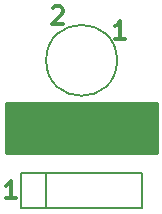
<source format=gto>
G04 #@! TF.FileFunction,Legend,Top*
%FSLAX46Y46*%
G04 Gerber Fmt 4.6, Leading zero omitted, Abs format (unit mm)*
G04 Created by KiCad (PCBNEW 4.0.7-e2-6376~58~ubuntu16.04.1) date Mon Mar 18 20:37:03 2019*
%MOMM*%
%LPD*%
G01*
G04 APERTURE LIST*
%ADD10C,0.100000*%
%ADD11C,0.300000*%
%ADD12C,0.150000*%
%ADD13C,0.254000*%
G04 APERTURE END LIST*
D10*
D11*
X144428572Y-111678571D02*
X143571429Y-111678571D01*
X144000001Y-111678571D02*
X144000001Y-110178571D01*
X143857144Y-110392857D01*
X143714286Y-110535714D01*
X143571429Y-110607143D01*
X147571429Y-95571429D02*
X147642858Y-95500000D01*
X147785715Y-95428571D01*
X148142858Y-95428571D01*
X148285715Y-95500000D01*
X148357144Y-95571429D01*
X148428572Y-95714286D01*
X148428572Y-95857143D01*
X148357144Y-96071429D01*
X147500001Y-96928571D01*
X148428572Y-96928571D01*
X153678572Y-98178571D02*
X152821429Y-98178571D01*
X153250001Y-98178571D02*
X153250001Y-96678571D01*
X153107144Y-96892857D01*
X152964286Y-97035714D01*
X152821429Y-97107143D01*
D12*
X144875000Y-109500000D02*
X155125000Y-109500000D01*
X155125000Y-109500000D02*
X155125000Y-112500000D01*
X155125000Y-112500000D02*
X144875000Y-112500000D01*
X144875000Y-112500000D02*
X144875000Y-109500000D01*
X147000000Y-109500000D02*
X147000000Y-112500000D01*
X153000000Y-100000000D02*
G75*
G03X153000000Y-100000000I-3000000J0D01*
G01*
D13*
G36*
X156373000Y-107873000D02*
X143627000Y-107873000D01*
X143627000Y-103627000D01*
X156373000Y-103627000D01*
X156373000Y-107873000D01*
X156373000Y-107873000D01*
G37*
X156373000Y-107873000D02*
X143627000Y-107873000D01*
X143627000Y-103627000D01*
X156373000Y-103627000D01*
X156373000Y-107873000D01*
M02*

</source>
